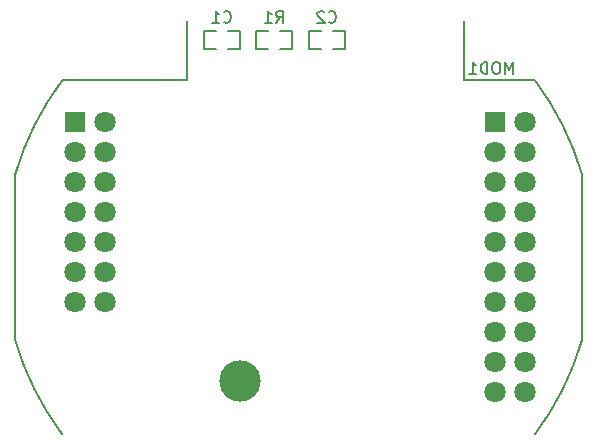
<source format=gbr>
G04 #@! TF.GenerationSoftware,KiCad,Pcbnew,6.0.11-2627ca5db0~126~ubuntu22.04.1*
G04 #@! TF.CreationDate,2023-12-06T10:27:33+01:00*
G04 #@! TF.ProjectId,roomthermostat,726f6f6d-7468-4657-926d-6f737461742e,C*
G04 #@! TF.SameCoordinates,Original*
G04 #@! TF.FileFunction,Legend,Bot*
G04 #@! TF.FilePolarity,Positive*
%FSLAX46Y46*%
G04 Gerber Fmt 4.6, Leading zero omitted, Abs format (unit mm)*
G04 Created by KiCad (PCBNEW 6.0.11-2627ca5db0~126~ubuntu22.04.1) date 2023-12-06 10:27:33*
%MOMM*%
%LPD*%
G01*
G04 APERTURE LIST*
%ADD10C,0.150000*%
%ADD11R,1.800000X1.800000*%
%ADD12C,1.800000*%
%ADD13C,3.500000*%
G04 APERTURE END LIST*
D10*
X90731666Y-80407142D02*
X90779285Y-80454761D01*
X90922142Y-80502380D01*
X91017380Y-80502380D01*
X91160238Y-80454761D01*
X91255476Y-80359523D01*
X91303095Y-80264285D01*
X91350714Y-80073809D01*
X91350714Y-79930952D01*
X91303095Y-79740476D01*
X91255476Y-79645238D01*
X91160238Y-79550000D01*
X91017380Y-79502380D01*
X90922142Y-79502380D01*
X90779285Y-79550000D01*
X90731666Y-79597619D01*
X89779285Y-80502380D02*
X90350714Y-80502380D01*
X90065000Y-80502380D02*
X90065000Y-79502380D01*
X90160238Y-79645238D01*
X90255476Y-79740476D01*
X90350714Y-79788095D01*
X99621666Y-80407142D02*
X99669285Y-80454761D01*
X99812142Y-80502380D01*
X99907380Y-80502380D01*
X100050238Y-80454761D01*
X100145476Y-80359523D01*
X100193095Y-80264285D01*
X100240714Y-80073809D01*
X100240714Y-79930952D01*
X100193095Y-79740476D01*
X100145476Y-79645238D01*
X100050238Y-79550000D01*
X99907380Y-79502380D01*
X99812142Y-79502380D01*
X99669285Y-79550000D01*
X99621666Y-79597619D01*
X99240714Y-79597619D02*
X99193095Y-79550000D01*
X99097857Y-79502380D01*
X98859761Y-79502380D01*
X98764523Y-79550000D01*
X98716904Y-79597619D01*
X98669285Y-79692857D01*
X98669285Y-79788095D01*
X98716904Y-79930952D01*
X99288333Y-80502380D01*
X98669285Y-80502380D01*
X95176666Y-80502380D02*
X95510000Y-80026190D01*
X95748095Y-80502380D02*
X95748095Y-79502380D01*
X95367142Y-79502380D01*
X95271904Y-79550000D01*
X95224285Y-79597619D01*
X95176666Y-79692857D01*
X95176666Y-79835714D01*
X95224285Y-79930952D01*
X95271904Y-79978571D01*
X95367142Y-80026190D01*
X95748095Y-80026190D01*
X94224285Y-80502380D02*
X94795714Y-80502380D01*
X94510000Y-80502380D02*
X94510000Y-79502380D01*
X94605238Y-79645238D01*
X94700476Y-79740476D01*
X94795714Y-79788095D01*
X115248333Y-84822380D02*
X115248333Y-83822380D01*
X114915000Y-84536666D01*
X114581666Y-83822380D01*
X114581666Y-84822380D01*
X113915000Y-83822380D02*
X113724523Y-83822380D01*
X113629285Y-83870000D01*
X113534047Y-83965238D01*
X113486428Y-84155714D01*
X113486428Y-84489047D01*
X113534047Y-84679523D01*
X113629285Y-84774761D01*
X113724523Y-84822380D01*
X113915000Y-84822380D01*
X114010238Y-84774761D01*
X114105476Y-84679523D01*
X114153095Y-84489047D01*
X114153095Y-84155714D01*
X114105476Y-83965238D01*
X114010238Y-83870000D01*
X113915000Y-83822380D01*
X113057857Y-84822380D02*
X113057857Y-83822380D01*
X112819761Y-83822380D01*
X112676904Y-83870000D01*
X112581666Y-83965238D01*
X112534047Y-84060476D01*
X112486428Y-84250952D01*
X112486428Y-84393809D01*
X112534047Y-84584285D01*
X112581666Y-84679523D01*
X112676904Y-84774761D01*
X112819761Y-84822380D01*
X113057857Y-84822380D01*
X111534047Y-84822380D02*
X112105476Y-84822380D01*
X111819761Y-84822380D02*
X111819761Y-83822380D01*
X111915000Y-83965238D01*
X112010238Y-84060476D01*
X112105476Y-84108095D01*
X90057000Y-81193000D02*
X89041000Y-81193000D01*
X91073000Y-82717000D02*
X92089000Y-82717000D01*
X92089000Y-82717000D02*
X92089000Y-81193000D01*
X89041000Y-82717000D02*
X90057000Y-82717000D01*
X89041000Y-81193000D02*
X89041000Y-82717000D01*
X92089000Y-81193000D02*
X91073000Y-81193000D01*
X100979000Y-81193000D02*
X99963000Y-81193000D01*
X100979000Y-82717000D02*
X100979000Y-81193000D01*
X99963000Y-82717000D02*
X100979000Y-82717000D01*
X97931000Y-81193000D02*
X97931000Y-82717000D01*
X97931000Y-82717000D02*
X98947000Y-82717000D01*
X98947000Y-81193000D02*
X97931000Y-81193000D01*
X96534000Y-81193000D02*
X95518000Y-81193000D01*
X96534000Y-82717000D02*
X96534000Y-81193000D01*
X93486000Y-81193000D02*
X93486000Y-82717000D01*
X94502000Y-81193000D02*
X93486000Y-81193000D01*
X95518000Y-82717000D02*
X96534000Y-82717000D01*
X93486000Y-82717000D02*
X94502000Y-82717000D01*
X121075000Y-107360000D02*
X121075000Y-93360000D01*
X111090000Y-85350000D02*
X111090000Y-80350000D01*
X73075000Y-93360000D02*
X73075000Y-107360000D01*
X117090000Y-85350000D02*
X111090000Y-85350000D01*
X87590000Y-80350000D02*
X87590000Y-85350000D01*
X87590000Y-85350000D02*
X77090000Y-85350000D01*
X77078170Y-85355774D02*
G75*
G03*
X73075000Y-93360000I19996862J-15004242D01*
G01*
X73076073Y-107363678D02*
G75*
G03*
X77075000Y-115360000I23998935J7003682D01*
G01*
X117075794Y-115358942D02*
G75*
G03*
X121075000Y-107360000I-20000792J14998940D01*
G01*
X121077034Y-93366979D02*
G75*
G03*
X117075000Y-85360000I-24002019J-6993012D01*
G01*
D11*
X113665000Y-88900000D03*
D12*
X116205000Y-88930000D03*
X113665000Y-91440000D03*
X116205000Y-91470000D03*
X113665000Y-93980000D03*
X116205000Y-93980000D03*
X113665000Y-96520000D03*
X116205000Y-96550000D03*
X113665000Y-99060000D03*
X116205000Y-99090000D03*
X113665000Y-101600000D03*
X116205000Y-101630000D03*
X113665000Y-104140000D03*
X116205000Y-104170000D03*
X113665000Y-106680000D03*
X116205000Y-106710000D03*
X113665000Y-109220000D03*
X116205000Y-109250000D03*
X113665000Y-111760000D03*
X116205000Y-111790000D03*
D11*
X78105000Y-88900000D03*
D12*
X80645000Y-88900000D03*
X78105000Y-91440000D03*
X80645000Y-91440000D03*
X78105000Y-93980000D03*
X80645000Y-93980000D03*
X78105000Y-96520000D03*
X80645000Y-96520000D03*
X78105000Y-99060000D03*
X80645000Y-99060000D03*
X78105000Y-101600000D03*
X80645000Y-101600000D03*
X78105000Y-104140000D03*
X80645000Y-104140000D03*
D13*
X92075000Y-110840000D03*
M02*

</source>
